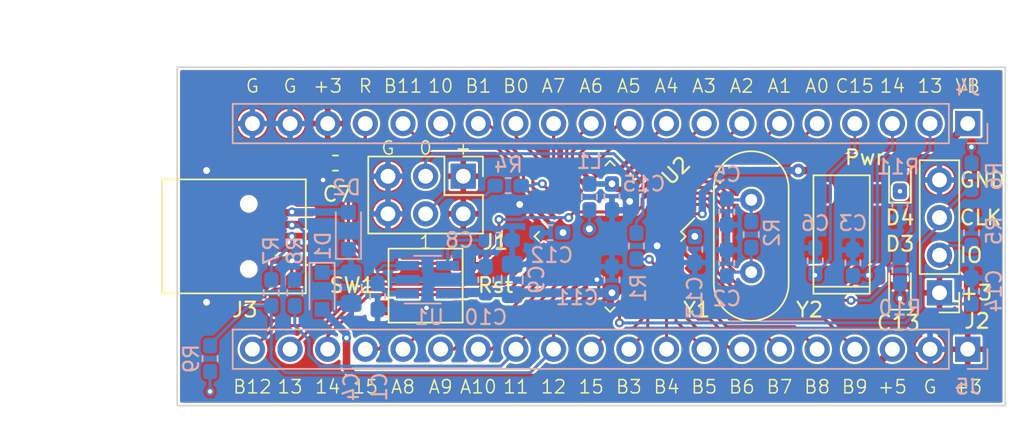
<source format=kicad_pcb>
(kicad_pcb (version 20171130) (host pcbnew "(5.1.9)-1")
  (layers (0 F.Cu signal) (31 B.Cu signal) (34 B.Paste user) (35 F.Paste user) (36 B.SilkS user) (37 F.SilkS user) (38 B.Mask user) (39 F.Mask user) (44 Edge.Cuts user))
  (net 0 "")
  (net 1 GND)
  (net 2 +5V)
  (net 3 /Reset)
  (net 4 +3V3)
  (net 5 /Boot1R)
  (net 6 /Boot0R)
  (net 7 /Boot0)
  (net 8 /DCLK)
  (net 9 /DIO)
  (net 10 /D+)
  (net 11 /D-)
  (net 12 /B11)
  (net 13 /B10)
  (net 14 /B1)
  (net 15 /B0)
  (net 16 /A7)
  (net 17 /A5)
  (net 18 /A4)
  (net 19 /A3)
  (net 20 /A2)
  (net 21 /A1)
  (net 22 /A0)
  (net 23 /C15)
  (net 24 /C14)
  (net 25 /C13)
  (net 26 /3VB)
  (net 27 /B12)
  (net 28 /B13)
  (net 29 /B14)
  (net 30 /B15)
  (net 31 /A8)
  (net 32 /A9)
  (net 33 /A10)
  (net 34 /A11)
  (net 35 /A12)
  (net 36 /A15)
  (net 37 /B3)
  (net 38 /B4)
  (net 39 /B5)
  (net 40 /B6)
  (net 41 /B7)
  (net 42 /B8)
  (net 43 /B9)
  (net 44 /B2)
  (net 45 /D0)
  (net 46 /D1)
  (net 47 /A6)
  (net 48 /LedR)
  (net 49 /PLedR)
  (net 50 /BP)
  (net 51 /+VUSB)
  (net 52 /VDDA)
  (net 53 /5VIn)
  (module Capacitor_SMD:C_0805_2012Metric_Pad1.15x1.40mm_HandSolder (layer B.Cu) (at 149.5425 106.3715 270)
    (fp_text reference C4 (at 6.6585 0 90) (layer B.SilkS) (effects (justify mirror)))
    (fp_text value 10u)
    (pad 2 smd roundrect (at 1.025 0 270) (size 1.15 1.4) (layers B.Cu B.Paste B.Mask) (roundrect_rratio 0.217391) (net 1 GND))
    (pad 1 smd roundrect (at -1.025 0 270) (size 1.15 1.4) (layers B.Cu B.Paste B.Mask) (roundrect_rratio 0.217391) (net 2 +5V))
  )
  (module Capacitor_SMD:C_0805_2012Metric_Pad1.15x1.40mm_HandSolder (layer B.Cu) (at 160.401 105.777 90)
    (fp_text reference C9 (at 0 1.65 90) (layer B.SilkS) (effects (justify mirror)))
    (fp_text value 10u)
    (pad 2 smd roundrect (at 1.025 0 90) (size 1.15 1.4) (layers B.Cu B.Paste B.Mask) (roundrect_rratio 0.217391) (net 1 GND))
    (pad 1 smd roundrect (at -1.025 0 90) (size 1.15 1.4) (layers B.Cu B.Paste B.Mask) (roundrect_rratio 0.217391) (net 4 +3V3))
  )
  (module Diode_SMD:D_SOD-323_HandSoldering (layer B.Cu) (at 147.574 106.553 270)
    (fp_text reference D1 (at -3.048 -0.0635 270) (layer B.SilkS) (effects (justify mirror)))
    (fp_text value CUS551V30,H3F)
    (pad 2 smd rect (at 1.25 0 270) (size 1 1) (layers B.Cu B.Paste B.Mask) (net 53 /5VIn))
    (pad 1 smd rect (at -1.25 0 270) (size 1 1) (layers B.Cu B.Paste B.Mask) (net 2 +5V))
  )
  (module Diode_SMD:D_SOD-323_HandSoldering (layer B.Cu) (at 149.352 102.489 90)
    (fp_text reference D2 (at 2.921 -0.127 180) (layer B.SilkS) (effects (justify mirror)))
    (fp_text value CUS551V30,H3F)
    (pad 2 smd rect (at 1.25 0 90) (size 1 1) (layers B.Cu B.Paste B.Mask) (net 51 /+VUSB))
    (pad 1 smd rect (at -1.25 0 90) (size 1 1) (layers B.Cu B.Paste B.Mask) (net 2 +5V))
  )
  (module Capacitor_SMD:C_0603_1608Metric_Pad1.05x0.95mm_HandSolder (layer B.Cu) (at 158.623 105.791 90)
    (fp_text reference C10 (at -2.54 0 180) (layer B.SilkS) (effects (justify mirror)))
    (fp_text value .1uf)
    (pad 2 smd roundrect (at 0.875 0 90) (size 1.05 0.95) (layers B.Cu B.Paste B.Mask) (net 1 GND))
    (pad 1 smd roundrect (at -0.875 0 90) (size 1.05 0.95) (layers B.Cu B.Paste B.Mask) (net 4 +3V3))
  )
  (module Connector_PinHeader_2.54mm:PinHeader_2x03_P2.54mm_Vertical (layer F.Cu) (at 157.099 98.806 270)
    (fp_text reference J1 (at 4.445 -2.159 180) (layer F.SilkS))
    (fp_text value Conn_02x03_Odd_Even)
    (pad 6 thru_hole oval (at 2.54 5.08 270) (size 1.7 1.7) (drill 1) (layers *.Cu *.Mask) (net 1 GND))
    (pad 5 thru_hole oval (at 0 5.08 270) (size 1.7 1.7) (drill 1) (layers *.Cu *.Mask) (net 1 GND))
    (pad 4 thru_hole oval (at 2.54 2.54 270) (size 1.7 1.7) (drill 1) (layers *.Cu *.Mask) (net 5 /Boot1R))
    (pad 3 thru_hole oval (at 0 2.54 270) (size 1.7 1.7) (drill 1) (layers *.Cu *.Mask) (net 6 /Boot0R))
    (pad 2 thru_hole oval (at 2.54 0 270) (size 1.7 1.7) (drill 1) (layers *.Cu *.Mask) (net 4 +3V3))
    (pad 1 thru_hole rect (at 0 0 270) (size 1.7 1.7) (drill 1) (layers *.Cu *.Mask) (net 4 +3V3))
  )
  (module Inductor_SMD:L_0603_1608Metric_Pad1.05x0.95mm_HandSolder (layer B.Cu) (at 165.608 100.203 90)
    (fp_text reference L1 (at 2.413 0 180) (layer B.SilkS) (effects (justify mirror)))
    (fp_text value BLM18AG102SN1D)
    (pad 2 smd roundrect (at 0.875 0 90) (size 1.05 0.95) (layers B.Cu B.Paste B.Mask) (net 52 /VDDA))
    (pad 1 smd roundrect (at -0.875 0 90) (size 1.05 0.95) (layers B.Cu B.Paste B.Mask) (net 4 +3V3))
  )
  (module Package_TO_SOT_SMD:SOT-23-5_HandSoldering (layer B.Cu) (at 154.686 105.791)
    (fp_text reference U1 (at 0.127 2.54) (layer B.SilkS) (effects (justify mirror)))
    (fp_text value RT9193)
    (pad 5 smd rect (at 1.35 0.95) (size 1.56 0.65) (layers B.Cu B.Paste B.Mask) (net 4 +3V3))
    (pad 4 smd rect (at 1.35 -0.95) (size 1.56 0.65) (layers B.Cu B.Paste B.Mask) (net 50 /BP))
    (pad 3 smd rect (at -1.35 -0.95) (size 1.56 0.65) (layers B.Cu B.Paste B.Mask) (net 2 +5V))
    (pad 2 smd rect (at -1.35 0) (size 1.56 0.65) (layers B.Cu B.Paste B.Mask) (net 1 GND))
    (pad 1 smd rect (at -1.35 0.95) (size 1.56 0.65) (layers B.Cu B.Paste B.Mask) (net 2 +5V))
  )
  (module Capacitor_SMD:C_0603_1608Metric_Pad1.05x0.95mm_HandSolder (layer B.Cu) (at 159.526 103.124)
    (fp_text reference C8 (at -2.681 0) (layer B.SilkS) (effects (justify mirror)))
    (fp_text value .1u)
    (pad 2 smd roundrect (at 0.875 0) (size 1.05 0.95) (layers B.Cu B.Paste B.Mask) (net 1 GND))
    (pad 1 smd roundrect (at -0.875 0) (size 1.05 0.95) (layers B.Cu B.Paste B.Mask) (net 50 /BP))
  )
  (module Capacitor_SMD:C_0603_1608Metric_Pad1.05x0.95mm_HandSolder (layer B.Cu) (at 167.132 100.203 270)
    (fp_text reference C15 (at -0.889 -2.159 180) (layer B.SilkS) (effects (justify mirror)))
    (fp_text value .1uf)
    (pad 2 smd roundrect (at 0.875 0 270) (size 1.05 0.95) (layers B.Cu B.Paste B.Mask) (net 1 GND))
    (pad 1 smd roundrect (at -0.875 0 270) (size 1.05 0.95) (layers B.Cu B.Paste B.Mask) (net 52 /VDDA))
  )
  (module Capacitor_SMD:C_0603_1608Metric_Pad1.05x0.95mm_HandSolder (layer B.Cu) (at 172.72 103.759 270)
    (fp_text reference C13 (at 3.2385 0 270) (layer B.SilkS) (effects (justify mirror)))
    (fp_text value .1uf)
    (pad 2 smd roundrect (at 0.875 0 270) (size 1.05 0.95) (layers B.Cu B.Paste B.Mask) (net 1 GND))
    (pad 1 smd roundrect (at -0.875 0 270) (size 1.05 0.95) (layers B.Cu B.Paste B.Mask) (net 4 +3V3))
  )
  (module Capacitor_SMD:C_0603_1608Metric_Pad1.05x0.95mm_HandSolder (layer B.Cu) (at 162.941 102.616 180)
    (fp_text reference C12 (at -0.127 -1.524) (layer B.SilkS) (effects (justify mirror)))
    (fp_text value .1uf)
    (pad 2 smd roundrect (at 0.875 0 180) (size 1.05 0.95) (layers B.Cu B.Paste B.Mask) (net 1 GND))
    (pad 1 smd roundrect (at -0.875 0 180) (size 1.05 0.95) (layers B.Cu B.Paste B.Mask) (net 4 +3V3))
  )
  (module Capacitor_SMD:C_0603_1608Metric_Pad1.05x0.95mm_HandSolder (layer B.Cu) (at 167.132 105.791 90)
    (fp_text reference C11 (at -1.2065 -2.3495 180) (layer B.SilkS) (effects (justify mirror)))
    (fp_text value .1uf)
    (pad 2 smd roundrect (at 0.875 0 90) (size 1.05 0.95) (layers B.Cu B.Paste B.Mask) (net 1 GND))
    (pad 1 smd roundrect (at -0.875 0 90) (size 1.05 0.95) (layers B.Cu B.Paste B.Mask) (net 4 +3V3))
  )
  (module Resistor_SMD:R_0603_1608Metric_Pad1.05x0.95mm_HandSolder (layer B.Cu) (at 186.563 100.711 270)
    (fp_text reference R11 (at -2.54 0.127 180) (layer B.SilkS) (effects (justify mirror)))
    (fp_text value 1k)
    (pad 2 smd roundrect (at 0.875 0 270) (size 1.05 0.95) (layers B.Cu B.Paste B.Mask) (net 1 GND))
    (pad 1 smd roundrect (at -0.875 0 270) (size 1.05 0.95) (layers B.Cu B.Paste B.Mask) (net 49 /PLedR))
  )
  (module Resistor_SMD:R_0603_1608Metric_Pad1.05x0.95mm_HandSolder (layer B.Cu) (at 186.563 105.156 90)
    (fp_text reference R10 (at -2.54 0 180) (layer B.SilkS) (effects (justify mirror)))
    (fp_text value 2.4k)
    (pad 2 smd roundrect (at 0.875 0 90) (size 1.05 0.95) (layers B.Cu B.Paste B.Mask) (net 25 /C13))
    (pad 1 smd roundrect (at -0.875 0 90) (size 1.05 0.95) (layers B.Cu B.Paste B.Mask) (net 48 /LedR))
  )
  (module LED_SMD:LED_0603_1608Metric_Pad1.05x0.95mm_HandSolder (layer F.Cu) (at 186.563 98.933 90)
    (fp_text reference D4 (at -2.667 0 180) (layer F.SilkS))
    (fp_text value LED)
    (pad 2 smd roundrect (at 0.875 0 90) (size 1.05 0.95) (layers F.Cu F.Paste F.Mask) (net 4 +3V3))
    (pad 1 smd roundrect (at -0.875 0 90) (size 1.05 0.95) (layers F.Cu F.Paste F.Mask) (net 49 /PLedR))
  )
  (module LED_SMD:LED_0603_1608Metric_Pad1.05x0.95mm_HandSolder (layer F.Cu) (at 186.563 106.158 90)
    (fp_text reference D3 (at 2.78 0 180) (layer F.SilkS))
    (fp_text value LED)
    (pad 2 smd roundrect (at 0.875 0 90) (size 1.05 0.95) (layers F.Cu F.Paste F.Mask) (net 4 +3V3))
    (pad 1 smd roundrect (at -0.875 0 90) (size 1.05 0.95) (layers F.Cu F.Paste F.Mask) (net 48 /LedR))
  )
  (module Resistor_SMD:R_0603_1608Metric_Pad1.05x0.95mm_HandSolder (layer B.Cu) (at 176.53 102.743 270)
    (fp_text reference R2 (at -0.127 -1.397 270) (layer B.SilkS) (effects (justify mirror)))
    (fp_text value R)
    (pad 2 smd roundrect (at 0.875 0 270) (size 1.05 0.95) (layers B.Cu B.Paste B.Mask) (net 45 /D0))
    (pad 1 smd roundrect (at -0.875 0 270) (size 1.05 0.95) (layers B.Cu B.Paste B.Mask) (net 46 /D1))
  )
  (module Resistor_SMD:R_0603_1608Metric_Pad1.05x0.95mm_HandSolder (layer B.Cu) (at 191.389 98.806 270)
    (fp_text reference R6 (at 0 -1.524 270) (layer B.SilkS) (effects (justify mirror)))
    (fp_text value 10k)
    (pad 2 smd roundrect (at 0.875 0 270) (size 1.05 0.95) (layers B.Cu B.Paste B.Mask) (net 8 /DCLK))
    (pad 1 smd roundrect (at -0.875 0 270) (size 1.05 0.95) (layers B.Cu B.Paste B.Mask) (net 4 +3V3))
  )
  (module Resistor_SMD:R_0603_1608Metric_Pad1.05x0.95mm_HandSolder (layer B.Cu) (at 191.389 102.616 270)
    (fp_text reference R5 (at -0.127 -1.524 270) (layer B.SilkS) (effects (justify mirror)))
    (fp_text value 10k)
    (pad 2 smd roundrect (at 0.875 0 270) (size 1.05 0.95) (layers B.Cu B.Paste B.Mask) (net 9 /DIO))
    (pad 1 smd roundrect (at -0.875 0 270) (size 1.05 0.95) (layers B.Cu B.Paste B.Mask) (net 1 GND))
  )
  (module Capacitor_SMD:C_0603_1608Metric_Pad1.05x0.95mm_HandSolder (layer B.Cu) (at 191.389 106.553 90)
    (fp_text reference C14 (at 0 1.524 270) (layer B.SilkS) (effects (justify mirror)))
    (fp_text value .1uf)
    (pad 2 smd roundrect (at 0.875 0 90) (size 1.05 0.95) (layers B.Cu B.Paste B.Mask) (net 1 GND))
    (pad 1 smd roundrect (at -0.875 0 90) (size 1.05 0.95) (layers B.Cu B.Paste B.Mask) (net 4 +3V3))
  )
  (module 0MiscParts:RSM2000S (layer F.Cu) (at 182.626 102.743 90)
    (fp_text reference Y2 (at -5.08 -2.159 180) (layer F.SilkS))
    (fp_text value RSM200S-32.768-12.5-10PPM-NPB)
    (pad 4 smd roundrect (at -2.75 -1.8 90) (size 1.3 2.3) (layers F.Cu F.Paste F.Mask) (net 23 /C15))
    (pad 3 smd roundrect (at 2.75 -1.8 90) (size 1.3 2.3) (layers F.Cu F.Paste F.Mask))
    (pad 2 smd roundrect (at 2.75 1.8 90) (size 1.3 2.3) (layers F.Cu F.Paste F.Mask))
    (pad 1 smd roundrect (at -2.75 1.8 90) (size 1.3 2.3) (layers F.Cu F.Paste F.Mask) (net 24 /C14))
  )
  (module Crystal:Crystal_HC49-4H_Vertical (layer F.Cu) (at 176.53 105.283 90)
    (fp_text reference Y1 (at -2.54 -3.683 180) (layer F.SilkS))
    (fp_text value "ABL-8.000MHZ-B2‎ ")
    (pad 2 thru_hole circle (at 4.88 0 90) (size 1.5 1.5) (drill 0.8) (layers *.Cu *.Mask) (net 46 /D1))
    (pad 1 thru_hole circle (at 0 0 90) (size 1.5 1.5) (drill 0.8) (layers *.Cu *.Mask) (net 45 /D0))
  )
  (module Resistor_SMD:R_0603_1608Metric_Pad1.05x0.95mm_HandSolder (layer B.Cu) (at 140.0175 111.125 90)
    (fp_text reference R9 (at 0 -1.27 270) (layer B.SilkS) (effects (justify mirror)))
    (fp_text value 1.5k)
    (pad 2 smd roundrect (at 0.875 0 90) (size 1.05 0.95) (layers B.Cu B.Paste B.Mask) (net 35 /A12))
    (pad 1 smd roundrect (at -0.875 0 90) (size 1.05 0.95) (layers B.Cu B.Paste B.Mask) (net 4 +3V3))
  )
  (module Resistor_SMD:R_0603_1608Metric_Pad1.05x0.95mm_HandSolder (layer B.Cu) (at 145.7325 106.68 90)
    (fp_text reference R8 (at 2.8575 0 270) (layer B.SilkS) (effects (justify mirror)))
    (fp_text value 22)
    (pad 2 smd roundrect (at 0.875 0 90) (size 1.05 0.95) (layers B.Cu B.Paste B.Mask) (net 11 /D-))
    (pad 1 smd roundrect (at -0.875 0 90) (size 1.05 0.95) (layers B.Cu B.Paste B.Mask) (net 34 /A11))
  )
  (module Resistor_SMD:R_0603_1608Metric_Pad1.05x0.95mm_HandSolder (layer B.Cu) (at 144.145 106.68 90)
    (fp_text reference R7 (at 2.8575 0 90) (layer B.SilkS) (effects (justify mirror)))
    (fp_text value 22)
    (pad 2 smd roundrect (at 0.875 0 90) (size 1.05 0.95) (layers B.Cu B.Paste B.Mask) (net 10 /D+))
    (pad 1 smd roundrect (at -0.875 0 90) (size 1.05 0.95) (layers B.Cu B.Paste B.Mask) (net 35 /A12))
  )
  (module Resistor_SMD:R_0603_1608Metric_Pad1.05x0.95mm_HandSolder (layer B.Cu) (at 160.133 99.441 180)
    (fp_text reference R4 (at -0.014 1.397) (layer B.SilkS) (effects (justify mirror)))
    (fp_text value 100k)
    (pad 2 smd roundrect (at 0.875 0 180) (size 1.05 0.95) (layers B.Cu B.Paste B.Mask) (net 5 /Boot1R))
    (pad 1 smd roundrect (at -0.875 0 180) (size 1.05 0.95) (layers B.Cu B.Paste B.Mask) (net 44 /B2))
  )
  (module Resistor_SMD:R_0603_1608Metric_Pad1.05x0.95mm_HandSolder (layer B.Cu) (at 168.783 103.519 90)
    (fp_text reference R1 (at -2.8435 0.127 270) (layer B.SilkS) (effects (justify mirror)))
    (fp_text value 100k)
    (pad 2 smd roundrect (at 0.875 0 90) (size 1.05 0.95) (layers B.Cu B.Paste B.Mask) (net 6 /Boot0R))
    (pad 1 smd roundrect (at -0.875 0 90) (size 1.05 0.95) (layers B.Cu B.Paste B.Mask) (net 7 /Boot0))
  )
  (module 0MiscParts:PB_PTS-647 (layer F.Cu) (at 154.559 106.196)
    (fp_text reference SW1 (at -4.953 -0.024) (layer F.SilkS))
    (fp_text value "PTS 647 SK38 SMTR2 LFS")
    (pad 2 smd rect (at 2.625 1.5) (size 1.55 1) (layers F.Cu F.Paste F.Mask) (net 1 GND))
    (pad 2 smd rect (at -2.625 1.5) (size 1.55 1) (layers F.Cu F.Paste F.Mask) (net 1 GND))
    (pad 1 smd rect (at 2.625 -1.5) (size 1.55 1) (layers F.Cu F.Paste F.Mask) (net 3 /Reset))
    (pad 1 smd rect (at -2.625 -1.5) (size 1.55 1) (layers F.Cu F.Paste F.Mask) (net 3 /Reset))
  )
  (module Connector_PinHeader_2.54mm:PinHeader_1x20_P2.54mm_Vertical (layer B.Cu) (at 191.135 110.49 90)
    (fp_text reference J5 (at -2.54 0 -180) (layer B.SilkS) (effects (justify mirror)))
    (fp_text value Conn_01x20_Male)
    (pad 20 thru_hole oval (at 0 -48.26 90) (size 1.7 1.7) (drill 1) (layers *.Cu *.Mask) (net 27 /B12))
    (pad 19 thru_hole oval (at 0 -45.72 90) (size 1.7 1.7) (drill 1) (layers *.Cu *.Mask) (net 28 /B13))
    (pad 18 thru_hole oval (at 0 -43.18 90) (size 1.7 1.7) (drill 1) (layers *.Cu *.Mask) (net 29 /B14))
    (pad 17 thru_hole oval (at 0 -40.64 90) (size 1.7 1.7) (drill 1) (layers *.Cu *.Mask) (net 30 /B15))
    (pad 16 thru_hole oval (at 0 -38.1 90) (size 1.7 1.7) (drill 1) (layers *.Cu *.Mask) (net 31 /A8))
    (pad 15 thru_hole oval (at 0 -35.56 90) (size 1.7 1.7) (drill 1) (layers *.Cu *.Mask) (net 32 /A9))
    (pad 14 thru_hole oval (at 0 -33.02 90) (size 1.7 1.7) (drill 1) (layers *.Cu *.Mask) (net 33 /A10))
    (pad 13 thru_hole oval (at 0 -30.48 90) (size 1.7 1.7) (drill 1) (layers *.Cu *.Mask) (net 34 /A11))
    (pad 12 thru_hole oval (at 0 -27.94 90) (size 1.7 1.7) (drill 1) (layers *.Cu *.Mask) (net 35 /A12))
    (pad 11 thru_hole oval (at 0 -25.4 90) (size 1.7 1.7) (drill 1) (layers *.Cu *.Mask) (net 36 /A15))
    (pad 10 thru_hole oval (at 0 -22.86 90) (size 1.7 1.7) (drill 1) (layers *.Cu *.Mask) (net 37 /B3))
    (pad 9 thru_hole oval (at 0 -20.32 90) (size 1.7 1.7) (drill 1) (layers *.Cu *.Mask) (net 38 /B4))
    (pad 8 thru_hole oval (at 0 -17.78 90) (size 1.7 1.7) (drill 1) (layers *.Cu *.Mask) (net 39 /B5))
    (pad 7 thru_hole oval (at 0 -15.24 90) (size 1.7 1.7) (drill 1) (layers *.Cu *.Mask) (net 40 /B6))
    (pad 6 thru_hole oval (at 0 -12.7 90) (size 1.7 1.7) (drill 1) (layers *.Cu *.Mask) (net 41 /B7))
    (pad 5 thru_hole oval (at 0 -10.16 90) (size 1.7 1.7) (drill 1) (layers *.Cu *.Mask) (net 42 /B8))
    (pad 4 thru_hole oval (at 0 -7.62 90) (size 1.7 1.7) (drill 1) (layers *.Cu *.Mask) (net 43 /B9))
    (pad 3 thru_hole oval (at 0 -5.08 90) (size 1.7 1.7) (drill 1) (layers *.Cu *.Mask) (net 53 /5VIn))
    (pad 2 thru_hole oval (at 0 -2.54 90) (size 1.7 1.7) (drill 1) (layers *.Cu *.Mask) (net 1 GND))
    (pad 1 thru_hole rect (at 0 0 90) (size 1.7 1.7) (drill 1) (layers *.Cu *.Mask) (net 4 +3V3))
  )
  (module Connector_PinHeader_2.54mm:PinHeader_1x20_P2.54mm_Vertical (layer B.Cu) (at 191.135 95.25 90)
    (fp_text reference J4 (at 2.413 0 -180) (layer B.SilkS) (effects (justify mirror)))
    (fp_text value Conn_01x20_Male)
    (pad 20 thru_hole oval (at 0 -48.26 90) (size 1.7 1.7) (drill 1) (layers *.Cu *.Mask) (net 1 GND))
    (pad 19 thru_hole oval (at 0 -45.72 90) (size 1.7 1.7) (drill 1) (layers *.Cu *.Mask) (net 1 GND))
    (pad 18 thru_hole oval (at 0 -43.18 90) (size 1.7 1.7) (drill 1) (layers *.Cu *.Mask) (net 4 +3V3))
    (pad 17 thru_hole oval (at 0 -40.64 90) (size 1.7 1.7) (drill 1) (layers *.Cu *.Mask) (net 3 /Reset))
    (pad 16 thru_hole oval (at 0 -38.1 90) (size 1.7 1.7) (drill 1) (layers *.Cu *.Mask) (net 12 /B11))
    (pad 15 thru_hole oval (at 0 -35.56 90) (size 1.7 1.7) (drill 1) (layers *.Cu *.Mask) (net 13 /B10))
    (pad 14 thru_hole oval (at 0 -33.02 90) (size 1.7 1.7) (drill 1) (layers *.Cu *.Mask) (net 14 /B1))
    (pad 13 thru_hole oval (at 0 -30.48 90) (size 1.7 1.7) (drill 1) (layers *.Cu *.Mask) (net 15 /B0))
    (pad 12 thru_hole oval (at 0 -27.94 90) (size 1.7 1.7) (drill 1) (layers *.Cu *.Mask) (net 16 /A7))
    (pad 11 thru_hole oval (at 0 -25.4 90) (size 1.7 1.7) (drill 1) (layers *.Cu *.Mask) (net 47 /A6))
    (pad 10 thru_hole oval (at 0 -22.86 90) (size 1.7 1.7) (drill 1) (layers *.Cu *.Mask) (net 17 /A5))
    (pad 9 thru_hole oval (at 0 -20.32 90) (size 1.7 1.7) (drill 1) (layers *.Cu *.Mask) (net 18 /A4))
    (pad 8 thru_hole oval (at 0 -17.78 90) (size 1.7 1.7) (drill 1) (layers *.Cu *.Mask) (net 19 /A3))
    (pad 7 thru_hole oval (at 0 -15.24 90) (size 1.7 1.7) (drill 1) (layers *.Cu *.Mask) (net 20 /A2))
    (pad 6 thru_hole oval (at 0 -12.7 90) (size 1.7 1.7) (drill 1) (layers *.Cu *.Mask) (net 21 /A1))
    (pad 5 thru_hole oval (at 0 -10.16 90) (size 1.7 1.7) (drill 1) (layers *.Cu *.Mask) (net 22 /A0))
    (pad 4 thru_hole oval (at 0 -7.62 90) (size 1.7 1.7) (drill 1) (layers *.Cu *.Mask) (net 23 /C15))
    (pad 3 thru_hole oval (at 0 -5.08 90) (size 1.7 1.7) (drill 1) (layers *.Cu *.Mask) (net 24 /C14))
    (pad 2 thru_hole oval (at 0 -2.54 90) (size 1.7 1.7) (drill 1) (layers *.Cu *.Mask) (net 25 /C13))
    (pad 1 thru_hole rect (at 0 0 90) (size 1.7 1.7) (drill 1) (layers *.Cu *.Mask) (net 26 /3VB))
  )
  (module 0MiscParts:USB_Mini_B (layer F.Cu) (at 136.779 102.87 270)
    (fp_text reference J3 (at 4.953 -5.588 180) (layer F.SilkS))
    (fp_text value 10033526-N3212MLF)
    (pad 5 smd rect (at 1.6 -8.75 270) (size 0.5 2.9) (layers F.Cu F.Paste F.Mask) (net 1 GND))
    (pad 4 smd rect (at 0.8 -8.75 270) (size 0.5 2.9) (layers F.Cu F.Paste F.Mask) (net 1 GND))
    (pad 3 smd rect (at 0 -8.75 270) (size 0.5 2.9) (layers F.Cu F.Paste F.Mask) (net 10 /D+))
    (pad 2 smd rect (at -0.8 -8.75 270) (size 0.5 2.9) (layers F.Cu F.Paste F.Mask) (net 11 /D-))
    (pad 1 smd rect (at -1.6 -8.75 270) (size 0.5 2.9) (layers F.Cu F.Paste F.Mask) (net 51 /+VUSB))
    (pad "" np_thru_hole circle (at 2.2 -5.85 270) (size 0.9 0.9) (drill 0.9) (layers *.Cu *.Mask))
    (pad "" np_thru_hole circle (at -2.2 -5.85 270) (size 0.9 0.9) (drill 0.9) (layers *.Cu *.Mask))
    (pad 6 smd roundrect (at 4.45 -8.45 270) (size 2 2.5) (layers F.Cu F.Paste F.Mask) (net 1 GND))
    (pad 6 smd roundrect (at -4.45 -8.45 270) (size 2 2.5) (layers F.Cu F.Paste F.Mask) (net 1 GND))
    (pad 6 smd roundrect (at 4.45 -3 270) (size 2 2.5) (layers F.Cu F.Paste F.Mask) (net 1 GND))
    (pad 6 smd roundrect (at -4.45 -3 270) (size 2 2.5) (layers F.Cu F.Paste F.Mask) (net 1 GND))
  )
  (module Connector_PinHeader_2.54mm:PinHeader_1x04_P2.54mm_Vertical (layer F.Cu) (at 189.23 106.68 180)
    (fp_text reference J2 (at -2.54 -1.905) (layer F.SilkS))
    (fp_text value Conn_01x04_Male)
    (pad 4 thru_hole oval (at 0 7.62 180) (size 1.7 1.7) (drill 1) (layers *.Cu *.Mask) (net 1 GND))
    (pad 3 thru_hole oval (at 0 5.08 180) (size 1.7 1.7) (drill 1) (layers *.Cu *.Mask) (net 8 /DCLK))
    (pad 2 thru_hole oval (at 0 2.54 180) (size 1.7 1.7) (drill 1) (layers *.Cu *.Mask) (net 9 /DIO))
    (pad 1 thru_hole rect (at 0 0 180) (size 1.7 1.7) (drill 1) (layers *.Cu *.Mask) (net 4 +3V3))
  )
  (module Capacitor_SMD:C_0603_1608Metric_Pad1.05x0.95mm_HandSolder (layer F.Cu) (at 148.477 97.917 180)
    (fp_text reference C7 (at -0.113 -2.0955) (layer F.SilkS))
    (fp_text value .1uf)
    (pad 2 smd roundrect (at 0.875 0 180) (size 1.05 0.95) (layers F.Cu F.Paste F.Mask) (net 1 GND))
    (pad 1 smd roundrect (at -0.875 0 180) (size 1.05 0.95) (layers F.Cu F.Paste F.Mask) (net 3 /Reset))
  )
  (module Capacitor_SMD:C_0603_1608Metric_Pad1.05x0.95mm_HandSolder (layer B.Cu) (at 180.848 104.521 90)
    (fp_text reference C6 (at 2.54 0 180) (layer B.SilkS) (effects (justify mirror)))
    (fp_text value 12.5)
    (pad 2 smd roundrect (at 0.875 0 90) (size 1.05 0.95) (layers B.Cu B.Paste B.Mask) (net 1 GND))
    (pad 1 smd roundrect (at -0.875 0 90) (size 1.05 0.95) (layers B.Cu B.Paste B.Mask) (net 23 /C15))
  )
  (module Capacitor_SMD:C_0603_1608Metric_Pad1.05x0.95mm_HandSolder (layer B.Cu) (at 174.879 101.219 270)
    (fp_text reference C5 (at -2.54 0 180) (layer B.SilkS) (effects (justify mirror)))
    (fp_text value 18pf)
    (pad 2 smd roundrect (at 0.875 0 270) (size 1.05 0.95) (layers B.Cu B.Paste B.Mask) (net 1 GND))
    (pad 1 smd roundrect (at -0.875 0 270) (size 1.05 0.95) (layers B.Cu B.Paste B.Mask) (net 46 /D1))
  )
  (module Capacitor_SMD:C_0603_1608Metric_Pad1.05x0.95mm_HandSolder (layer B.Cu) (at 183.388 104.648 90)
    (fp_text reference C3 (at 2.667 0 180) (layer B.SilkS) (effects (justify mirror)))
    (fp_text value 12.5)
    (pad 2 smd roundrect (at 0.875 0 90) (size 1.05 0.95) (layers B.Cu B.Paste B.Mask) (net 1 GND))
    (pad 1 smd roundrect (at -0.875 0 90) (size 1.05 0.95) (layers B.Cu B.Paste B.Mask) (net 24 /C14))
  )
  (module Capacitor_SMD:C_0603_1608Metric_Pad1.05x0.95mm_HandSolder (layer B.Cu) (at 174.879 104.662 90)
    (fp_text reference C2 (at -2.413 0 180) (layer B.SilkS) (effects (justify mirror)))
    (fp_text value 18pf)
    (pad 2 smd roundrect (at 0.875 0 90) (size 1.05 0.95) (layers B.Cu B.Paste B.Mask) (net 1 GND))
    (pad 1 smd roundrect (at -0.875 0 90) (size 1.05 0.95) (layers B.Cu B.Paste B.Mask) (net 45 /D0))
  )
  (module Capacitor_SMD:C_0603_1608Metric_Pad1.05x0.95mm_HandSolder (layer B.Cu) (at 151.3205 106.934 270)
    (fp_text reference C1 (at 6.096 -0.127 270) (layer B.SilkS) (effects (justify mirror)))
    (fp_text value .1uf)
    (pad 2 smd roundrect (at 0.875 0 270) (size 1.05 0.95) (layers B.Cu B.Paste B.Mask) (net 1 GND))
    (pad 1 smd roundrect (at -0.875 0 270) (size 1.05 0.95) (layers B.Cu B.Paste B.Mask) (net 2 +5V))
  )
  (module Package_QFP:LQFP-48_7x7mm_P0.5mm (layer F.Cu) (at 167.005 102.87 225)
    (fp_text reference U2 (at -6.286179 0 45) (layer F.SilkS))
    (fp_text value STM32F103CBTx)
    (pad 48 smd roundrect (at -2.75 -4.1625 225) (size 0.3 1.475) (layers F.Cu F.Paste F.Mask) (net 4 +3V3))
    (pad 47 smd roundrect (at -2.25 -4.1625 225) (size 0.3 1.475) (layers F.Cu F.Paste F.Mask) (net 1 GND))
    (pad 46 smd roundrect (at -1.75 -4.1625 225) (size 0.3 1.475) (layers F.Cu F.Paste F.Mask) (net 43 /B9))
    (pad 45 smd roundrect (at -1.25 -4.1625 225) (size 0.3 1.475) (layers F.Cu F.Paste F.Mask) (net 42 /B8))
    (pad 44 smd roundrect (at -0.75 -4.1625 225) (size 0.3 1.475) (layers F.Cu F.Paste F.Mask) (net 7 /Boot0))
    (pad 43 smd roundrect (at -0.25 -4.1625 225) (size 0.3 1.475) (layers F.Cu F.Paste F.Mask) (net 41 /B7))
    (pad 42 smd roundrect (at 0.25 -4.1625 225) (size 0.3 1.475) (layers F.Cu F.Paste F.Mask) (net 40 /B6))
    (pad 41 smd roundrect (at 0.75 -4.1625 225) (size 0.3 1.475) (layers F.Cu F.Paste F.Mask) (net 39 /B5))
    (pad 40 smd roundrect (at 1.25 -4.1625 225) (size 0.3 1.475) (layers F.Cu F.Paste F.Mask) (net 38 /B4))
    (pad 39 smd roundrect (at 1.75 -4.1625 225) (size 0.3 1.475) (layers F.Cu F.Paste F.Mask) (net 37 /B3))
    (pad 38 smd roundrect (at 2.25 -4.1625 225) (size 0.3 1.475) (layers F.Cu F.Paste F.Mask) (net 36 /A15))
    (pad 37 smd roundrect (at 2.75 -4.1625 225) (size 0.3 1.475) (layers F.Cu F.Paste F.Mask) (net 8 /DCLK))
    (pad 36 smd roundrect (at 4.1625 -2.75 225) (size 1.475 0.3) (layers F.Cu F.Paste F.Mask) (net 4 +3V3))
    (pad 35 smd roundrect (at 4.1625 -2.25 225) (size 1.475 0.3) (layers F.Cu F.Paste F.Mask) (net 1 GND))
    (pad 34 smd roundrect (at 4.1625 -1.75 225) (size 1.475 0.3) (layers F.Cu F.Paste F.Mask) (net 9 /DIO))
    (pad 33 smd roundrect (at 4.1625 -1.25 225) (size 1.475 0.3) (layers F.Cu F.Paste F.Mask) (net 35 /A12))
    (pad 32 smd roundrect (at 4.1625 -0.75 225) (size 1.475 0.3) (layers F.Cu F.Paste F.Mask) (net 34 /A11))
    (pad 31 smd roundrect (at 4.1625 -0.25 225) (size 1.475 0.3) (layers F.Cu F.Paste F.Mask) (net 33 /A10))
    (pad 30 smd roundrect (at 4.1625 0.25 225) (size 1.475 0.3) (layers F.Cu F.Paste F.Mask) (net 32 /A9))
    (pad 29 smd roundrect (at 4.1625 0.75 225) (size 1.475 0.3) (layers F.Cu F.Paste F.Mask) (net 31 /A8))
    (pad 28 smd roundrect (at 4.1625 1.25 225) (size 1.475 0.3) (layers F.Cu F.Paste F.Mask) (net 30 /B15))
    (pad 27 smd roundrect (at 4.1625 1.75 225) (size 1.475 0.3) (layers F.Cu F.Paste F.Mask) (net 29 /B14))
    (pad 26 smd roundrect (at 4.1625 2.25 225) (size 1.475 0.3) (layers F.Cu F.Paste F.Mask) (net 28 /B13))
    (pad 25 smd roundrect (at 4.1625 2.75 225) (size 1.475 0.3) (layers F.Cu F.Paste F.Mask) (net 27 /B12))
    (pad 24 smd roundrect (at 2.75 4.1625 225) (size 0.3 1.475) (layers F.Cu F.Paste F.Mask) (net 4 +3V3))
    (pad 23 smd roundrect (at 2.25 4.1625 225) (size 0.3 1.475) (layers F.Cu F.Paste F.Mask) (net 1 GND))
    (pad 22 smd roundrect (at 1.75 4.1625 225) (size 0.3 1.475) (layers F.Cu F.Paste F.Mask) (net 12 /B11))
    (pad 21 smd roundrect (at 1.25 4.1625 225) (size 0.3 1.475) (layers F.Cu F.Paste F.Mask) (net 13 /B10))
    (pad 20 smd roundrect (at 0.75 4.1625 225) (size 0.3 1.475) (layers F.Cu F.Paste F.Mask) (net 44 /B2))
    (pad 19 smd roundrect (at 0.25 4.1625 225) (size 0.3 1.475) (layers F.Cu F.Paste F.Mask) (net 14 /B1))
    (pad 18 smd roundrect (at -0.25 4.1625 225) (size 0.3 1.475) (layers F.Cu F.Paste F.Mask) (net 15 /B0))
    (pad 17 smd roundrect (at -0.75 4.1625 225) (size 0.3 1.475) (layers F.Cu F.Paste F.Mask) (net 16 /A7))
    (pad 16 smd roundrect (at -1.25 4.1625 225) (size 0.3 1.475) (layers F.Cu F.Paste F.Mask) (net 47 /A6))
    (pad 15 smd roundrect (at -1.75 4.1625 225) (size 0.3 1.475) (layers F.Cu F.Paste F.Mask) (net 17 /A5))
    (pad 14 smd roundrect (at -2.25 4.1625 225) (size 0.3 1.475) (layers F.Cu F.Paste F.Mask) (net 18 /A4))
    (pad 13 smd roundrect (at -2.75 4.1625 225) (size 0.3 1.475) (layers F.Cu F.Paste F.Mask) (net 19 /A3))
    (pad 12 smd roundrect (at -4.1625 2.75 225) (size 1.475 0.3) (layers F.Cu F.Paste F.Mask) (net 20 /A2))
    (pad 11 smd roundrect (at -4.1625 2.25 225) (size 1.475 0.3) (layers F.Cu F.Paste F.Mask) (net 21 /A1))
    (pad 10 smd roundrect (at -4.1625 1.75 225) (size 1.475 0.3) (layers F.Cu F.Paste F.Mask) (net 22 /A0))
    (pad 9 smd roundrect (at -4.1625 1.25 225) (size 1.475 0.3) (layers F.Cu F.Paste F.Mask) (net 52 /VDDA))
    (pad 8 smd roundrect (at -4.1625 0.75 225) (size 1.475 0.3) (layers F.Cu F.Paste F.Mask) (net 1 GND))
    (pad 7 smd roundrect (at -4.1625 0.25 225) (size 1.475 0.3) (layers F.Cu F.Paste F.Mask) (net 3 /Reset))
    (pad 6 smd roundrect (at -4.1625 -0.25 225) (size 1.475 0.3) (layers F.Cu F.Paste F.Mask) (net 46 /D1))
    (pad 5 smd roundrect (at -4.1625 -0.75 225) (size 1.475 0.3) (layers F.Cu F.Paste F.Mask) (net 45 /D0))
    (pad 4 smd roundrect (at -4.1625 -1.25 225) (size 1.475 0.3) (layers F.Cu F.Paste F.Mask) (net 23 /C15))
    (pad 3 smd roundrect (at -4.1625 -1.75 225) (size 1.475 0.3) (layers F.Cu F.Paste F.Mask) (net 24 /C14))
    (pad 2 smd roundrect (at -4.1625 -2.25 225) (size 1.475 0.3) (layers F.Cu F.Paste F.Mask) (net 25 /C13))
    (pad 1 smd roundrect (at -4.1625 -2.75 225) (size 1.475 0.3) (layers F.Cu F.Paste F.Mask) (net 26 /3VB))
  )
  (gr_text 1 (at 154.559 103.251) (layer F.SilkS) (effects (font (size 0.9 0.9) (thickness 0.1))))
  (gr_text + (at 157.099 96.901) (layer F.SilkS) (effects (font (size 0.9 0.9) (thickness 0.1))))
  (gr_text 0 (at 154.559 96.901) (layer F.SilkS) (effects (font (size 0.9 0.9) (thickness 0.1))))
  (gr_text G (at 152.019 96.901) (layer F.SilkS) (effects (font (size 0.9 0.9) (thickness 0.1))))
  (gr_text Rst (at 157.988 106.172) (layer F.SilkS) (effects (font (size 1 1)) (justify left)))
  (gr_text C13 (at 184.912 108.712) (layer F.SilkS) (effects (font (size 1 1)) (justify left)))
  (gr_text Pwr (at 182.753 97.536) (layer F.SilkS) (effects (font (size 1 1)) (justify left)))
  (gr_text +3 (at 190.5 106.68) (layer F.SilkS) (effects (font (size 1 1)) (justify left)))
  (gr_text IO (at 190.5 104.14) (layer F.SilkS) (effects (font (size 1 1)) (justify left)))
  (gr_text CLK (at 190.5 101.6) (layer F.SilkS) (effects (font (size 1 1)) (justify left)))
  (gr_text GND (at 190.5 99.06) (layer F.SilkS) (effects (font (size 1 1)) (justify left)))
  (gr_text +3 (at 191.135 113.03) (layer F.SilkS) (effects (font (size 0.9 0.9) (thickness 0.1))))
  (gr_text G (at 188.595 113.03) (layer F.SilkS) (effects (font (size 0.9 0.9) (thickness 0.1))))
  (gr_text +5 (at 186.055 113.03) (layer F.SilkS) (effects (font (size 0.9 0.9) (thickness 0.1))))
  (gr_text B9 (at 183.515 113.03) (layer F.SilkS) (effects (font (size 0.9 0.9) (thickness 0.1))))
  (gr_text B8 (at 180.975 113.03) (layer F.SilkS) (effects (font (size 0.9 0.9) (thickness 0.1))))
  (gr_text B7 (at 178.435 113.03) (layer F.SilkS) (effects (font (size 0.9 0.9) (thickness 0.1))))
  (gr_text B6 (at 175.895 113.03) (layer F.SilkS) (effects (font (size 0.9 0.9) (thickness 0.1))))
  (gr_text B5 (at 173.355 113.03) (layer F.SilkS) (effects (font (size 0.9 0.9) (thickness 0.1))))
  (gr_text B4 (at 170.815 113.03) (layer F.SilkS) (effects (font (size 0.9 0.9) (thickness 0.1))))
  (gr_text B3 (at 168.275 113.03) (layer F.SilkS) (effects (font (size 0.9 0.9) (thickness 0.1))))
  (gr_text A9 (at 155.575 113.03) (layer F.SilkS) (effects (font (size 0.9 0.9) (thickness 0.1))))
  (gr_text A8 (at 153.035 113.03) (layer F.SilkS) (effects (font (size 0.9 0.9) (thickness 0.1))))
  (gr_text 11 (at 160.655 113.03) (layer F.SilkS) (effects (font (size 0.9 0.9) (thickness 0.1))))
  (gr_text A10 (at 158.115 113.03) (layer F.SilkS) (effects (font (size 0.9 0.9) (thickness 0.1))))
  (gr_text 15 (at 165.735 113.03) (layer F.SilkS) (effects (font (size 0.9 0.9) (thickness 0.1))))
  (gr_text 12 (at 163.195 113.03) (layer F.SilkS) (effects (font (size 0.9 0.9) (thickness 0.1))))
  (gr_text 15 (at 150.495 113.03) (layer F.SilkS) (effects (font (size 0.9 0.9) (thickness 0.1))))
  (gr_text 14 (at 147.955 113.03) (layer F.SilkS) (effects (font (size 0.9 0.9) (thickness 0.1))))
  (gr_text 13 (at 145.415 113.03) (layer F.SilkS) (effects (font (size 0.9 0.9) (thickness 0.1))))
  (gr_text B12 (at 142.875 113.03) (layer F.SilkS) (effects (font (size 0.9 0.9) (thickness 0.1))))
  (gr_text R (at 150.495 92.71) (layer F.SilkS) (effects (font (size 0.9 0.9) (thickness 0.1))))
  (gr_text +3 (at 147.955 92.71) (layer F.SilkS) (effects (font (size 0.9 0.9) (thickness 0.1))))
  (gr_text G (at 145.415 92.71) (layer F.SilkS) (effects (font (size 0.9 0.9) (thickness 0.1))))
  (gr_text G (at 142.875 92.71) (layer F.SilkS) (effects (font (size 0.9 0.9) (thickness 0.1))))
  (gr_text A0 (at 180.975 92.71) (layer F.SilkS) (effects (font (size 0.9 0.9) (thickness 0.1))))
  (gr_text A1 (at 178.435 92.71) (layer F.SilkS) (effects (font (size 0.9 0.9) (thickness 0.1))))
  (gr_text A2 (at 175.895 92.71) (layer F.SilkS) (effects (font (size 0.9 0.9) (thickness 0.1))))
  (gr_text A3 (at 173.355 92.71) (layer F.SilkS) (effects (font (size 0.9 0.9) (thickness 0.1))))
  (gr_text A4 (at 170.815 92.71) (layer F.SilkS) (effects (font (size 0.9 0.9) (thickness 0.1))))
  (gr_text A5 (at 168.275 92.71) (layer F.SilkS) (effects (font (size 0.9 0.9) (thickness 0.1))))
  (gr_text A6 (at 165.735 92.71) (layer F.SilkS) (effects (font (size 0.9 0.9) (thickness 0.1))))
  (gr_text A7 (at 163.195 92.71) (layer F.SilkS) (effects (font (size 0.9 0.9) (thickness 0.1))))
  (gr_text VB (at 191.135 92.71) (layer F.SilkS) (effects (font (size 0.9 0.9) (thickness 0.1))))
  (gr_text 13 (at 188.595 92.71) (layer F.SilkS) (effects (font (size 0.9 0.9) (thickness 0.1))))
  (gr_text 14 (at 186.055 92.71) (layer F.SilkS) (effects (font (size 0.9 0.9) (thickness 0.1))))
  (gr_text C15 (at 183.515 92.71) (layer F.SilkS) (effects (font (size 0.9 0.9) (thickness 0.1))))
  (gr_text B0 (at 160.655 92.71) (layer F.SilkS) (effects (font (size 0.9 0.9) (thickness 0.1))))
  (gr_text B1 (at 158.115 92.71) (layer F.SilkS) (effects (font (size 0.9 0.9) (thickness 0.1))))
  (gr_text 10 (at 155.575 92.71) (layer F.SilkS) (effects (font (size 0.9 0.9) (thickness 0.1))))
  (gr_text B11 (at 153.035 92.71) (layer F.SilkS) (effects (font (size 0.9 0.9) (thickness 0.1))))
  (gr_line (start 193.675 91.44) (end 193.675 114.3) (layer Edge.Cuts) (width 0.1))
  (gr_line (start 137.795 91.44) (end 193.675 91.44) (layer Edge.Cuts) (width 0.1))
  (gr_line (start 137.795 114.3) (end 137.795 91.44) (layer Edge.Cuts) (width 0.1))
  (gr_line (start 193.675 114.3) (end 137.795 114.3) (layer Edge.Cuts) (width 0.1))
  (via (at 154.6225 107.696) (size 0.6096) (drill 0.3048) (layers F.Cu B.Cu) (net 1))
  (via (at 147.6375 99.06) (size 0.6096) (drill 0.3048) (layers F.Cu B.Cu) (net 1))
  (segment (start 160.909 100.711) (end 160.909 100.711) (width 0.2032) (layer F.Cu) (net 1))
  (via (at 160.909 100.711) (size 0.9144) (drill 0.4572) (layers F.Cu B.Cu) (net 1))
  (segment (start 161.66402 100.711) (end 162.470678 101.517658) (width 0.2032) (layer F.Cu) (net 1))
  (segment (start 161.417 100.711) (end 161.66402 100.711) (width 0.2032) (layer F.Cu) (net 1))
  (segment (start 161.417 100.711) (end 160.909 100.711) (width 0.2032) (layer F.Cu) (net 1))
  (segment (start 161.544 100.711) (end 161.417 100.711) (width 0.2032) (layer F.Cu) (net 1))
  (via (at 145.542 104.521) (size 0.6096) (drill 0.3048) (layers F.Cu B.Cu) (net 1))
  (segment (start 165.652658 107.404322) (end 165.652658 107.397342) (width 0.2032) (layer F.Cu) (net 1))
  (via (at 166.116 105.791) (size 0.6096) (drill 0.3048) (layers F.Cu B.Cu) (net 1))
  (segment (start 165.652658 107.397342) (end 166.243 106.807) (width 0.2032) (layer F.Cu) (net 1))
  (segment (start 166.243 105.918) (end 166.116 105.791) (width 0.2032) (layer F.Cu) (net 1))
  (segment (start 166.243 106.807) (end 166.243 105.918) (width 0.2032) (layer F.Cu) (net 1))
  (segment (start 180.826 104.021) (end 180.848 103.999) (width 0.2032) (layer B.Cu) (net 1))
  (segment (start 145.529 104.47) (end 145.529 103.67) (width 0.508) (layer F.Cu) (net 1))
  (segment (start 145.529 104.47) (end 145.529 105.296) (width 0.2032) (layer F.Cu) (net 1))
  (segment (start 145.229 105.596) (end 145.229 107.32) (width 0.2032) (layer F.Cu) (net 1))
  (segment (start 145.529 105.296) (end 145.229 105.596) (width 0.2032) (layer F.Cu) (net 1))
  (segment (start 145.229 107.32) (end 139.779 107.32) (width 0.2032) (layer F.Cu) (net 1))
  (segment (start 145.229 98.42) (end 139.779 98.42) (width 0.2032) (layer F.Cu) (net 1))
  (segment (start 139.779 98.42) (end 139.779 98.42) (width 0.2032) (layer F.Cu) (net 1))
  (via (at 139.779 98.42) (size 0.9144) (drill 0.4572) (layers F.Cu B.Cu) (net 1))
  (segment (start 139.779 107.32) (end 139.779 107.32) (width 0.2032) (layer F.Cu) (net 1))
  (via (at 139.779 107.32) (size 0.9144) (drill 0.4572) (layers F.Cu B.Cu) (net 1))
  (segment (start 171.532342 104.222342) (end 171.539322 104.222342) (width 0.2032) (layer F.Cu) (net 1))
  (segment (start 170.815 103.505) (end 171.532342 104.222342) (width 0.2032) (layer F.Cu) (net 1))
  (via (at 170.18 103.505) (size 0.9144) (drill 0.4572) (layers F.Cu B.Cu) (net 1))
  (segment (start 170.18 103.505) (end 170.815 103.505) (width 0.2032) (layer F.Cu) (net 1))
  (segment (start 157.184 107.696) (end 151.934 107.696) (width 0.2032) (layer F.Cu) (net 1))
  (segment (start 168.3258 100.48854) (end 169.418002 99.396338) (width 0.2032) (layer F.Cu) (net 1))
  (via (at 168.3258 100.5078) (size 0.9144) (drill 0.4572) (layers F.Cu B.Cu) (net 1))
  (segment (start 168.3258 100.5078) (end 168.3258 100.48854) (width 0.2032) (layer F.Cu) (net 1))
  (segment (start 147.6375 97.9525) (end 147.602 97.917) (width 0.2032) (layer F.Cu) (net 1))
  (segment (start 147.6375 99.06) (end 147.6375 97.9525) (width 0.2032) (layer F.Cu) (net 1))
  (segment (start 149.499 105.303) (end 149.5425 105.3465) (width 0.381) (layer B.Cu) (net 2))
  (segment (start 147.574 105.303) (end 149.499 105.303) (width 0.381) (layer B.Cu) (net 2))
  (segment (start 149.352 103.739) (end 149.352 104.3178) (width 0.381) (layer B.Cu) (net 2))
  (segment (start 149.5425 104.5083) (end 149.5425 105.3465) (width 0.381) (layer B.Cu) (net 2))
  (segment (start 149.352 104.3178) (end 149.5425 104.5083) (width 0.381) (layer B.Cu) (net 2))
  (segment (start 150.255 106.059) (end 151.3205 106.059) (width 0.381) (layer B.Cu) (net 2))
  (segment (start 149.5425 105.3465) (end 150.255 106.059) (width 0.381) (layer B.Cu) (net 2))
  (segment (start 151.3205 106.059) (end 151.3205 106.0831) (width 0.381) (layer B.Cu) (net 2))
  (segment (start 151.9784 106.741) (end 153.336 106.741) (width 0.381) (layer B.Cu) (net 2))
  (segment (start 151.3205 106.0831) (end 151.9784 106.741) (width 0.381) (layer B.Cu) (net 2))
  (segment (start 151.3205 106.059) (end 151.3205 105.2195) (width 0.2032) (layer B.Cu) (net 2))
  (segment (start 151.699 104.841) (end 153.336 104.841) (width 0.2032) (layer B.Cu) (net 2))
  (segment (start 151.3205 105.2195) (end 151.699 104.841) (width 0.2032) (layer B.Cu) (net 2))
  (via (at 159.512 101.727) (size 0.6096) (drill 0.3048) (layers F.Cu B.Cu) (net 3))
  (segment (start 158.321 104.696) (end 157.184 104.696) (width 0.2032) (layer F.Cu) (net 3))
  (segment (start 159.512 101.727) (end 159.512 103.505) (width 0.2032) (layer F.Cu) (net 3))
  (segment (start 159.512 103.505) (end 158.321 104.696) (width 0.2032) (layer F.Cu) (net 3))
  (segment (start 151.934 104.696) (end 157.184 104.696) (width 0.2032) (layer F.Cu) (net 3))
  (segment (start 150.797 104.696) (end 151.934 104.696) (width 0.2032) (layer F.Cu) (net 3))
  (segment (start 149.352 103.251) (end 150.797 104.696) (width 0.2032) (layer F.Cu) (net 3))
  (segment (start 149.352 103.251) (end 149.352 99.568) (width 0.2032) (layer F.Cu) (net 3))
  (segment (start 149.352 99.568) (end 149.352 97.917) (width 0.2032) (layer F.Cu) (net 3))
  (segment (start 150.495 96.2025) (end 150.495 95.25) (width 0.2032) (layer F.Cu) (net 3))
  (segment (start 149.352 97.917) (end 149.352 97.3455) (width 0.2032) (layer F.Cu) (net 3))
  (segment (start 149.352 97.3455) (end 150.495 96.2025) (width 0.2032) (layer F.Cu) (net 3))
  (segment (start 166.878 101.219) (end 166.878 101.219) (width 0.2032) (layer F.Cu) (net 3))
  (via (at 164.211 101.6) (size 0.6096) (drill 0.3048) (layers F.Cu B.Cu) (net 3))
  (segment (start 168.783 101.219) (end 164.592 101.219) (width 0.2032) (layer F.Cu) (net 3))
  (segment (start 169.771555 99.749891) (end 169.744109 99.749891) (width 0.2032) (layer F.Cu) (net 3))
  (segment (start 164.592 101.219) (end 164.211 101.6) (width 0.2032) (layer F.Cu) (net 3))
  (segment (start 169.164 100.33) (end 169.164 100.838) (width 0.2032) (layer F.Cu) (net 3))
  (segment (start 169.744109 99.749891) (end 169.164 100.33) (width 0.2032) (layer F.Cu) (net 3))
  (segment (start 169.164 100.838) (end 168.783 101.219) (width 0.2032) (layer F.Cu) (net 3))
  (segment (start 164.211 101.6) (end 161.163 101.6) (width 0.2032) (layer B.Cu) (net 3))
  (segment (start 161.036 101.727) (end 159.512 101.727) (width 0.2032) (layer B.Cu) (net 3))
  (segment (start 161.163 101.6) (end 161.036 101.727) (width 0.2032) (layer B.Cu) (net 3))
  (via (at 165.608 102.362) (size 0.9144) (drill 0.4572) (layers F.Cu B.Cu) (net 4))
  (via (at 191.389 96.8375) (size 0.6096) (drill 0.3048) (layers F.Cu B.Cu) (net 4))
  (segment (start 171.892876 103.868788) (end 171.892876 103.697124) (width 0.2032) (layer F.Cu) (net 4))
  (segment (start 171.892876 103.697124) (end 172.72 102.87) (width 0.2032) (layer F.Cu) (net 4))
  (segment (start 172.72 102.87) (end 172.72 102.87) (width 0.2032) (layer F.Cu) (net 4))
  (via (at 172.72 102.87) (size 0.9144) (drill 0.4572) (layers F.Cu B.Cu) (net 4))
  (segment (start 189.244 106.666) (end 189.23 106.68) (width 0.2032) (layer B.Cu) (net 4))
  (via (at 167.132 106.68) (size 0.9144) (drill 0.4572) (layers F.Cu B.Cu) (net 4))
  (segment (start 166.006212 107.757876) (end 166.050876 107.757876) (width 0.2032) (layer F.Cu) (net 4))
  (segment (start 167.084088 106.68) (end 166.006212 107.757876) (width 0.2032) (layer F.Cu) (net 4))
  (segment (start 167.132 106.68) (end 167.084088 106.68) (width 0.2032) (layer F.Cu) (net 4))
  (segment (start 189.978 107.428) (end 189.23 106.68) (width 0.2032) (layer B.Cu) (net 4))
  (segment (start 191.389 107.428) (end 189.978 107.428) (width 0.2032) (layer B.Cu) (net 4))
  (segment (start 162.861912 102.616) (end 162.117124 101.871212) (width 0.2032) (layer F.Cu) (net 4))
  (via (at 163.83 102.616) (size 0.9144) (drill 0.4572) (layers F.Cu B.Cu) (net 4))
  (segment (start 163.83 102.616) (end 162.861912 102.616) (width 0.2032) (layer F.Cu) (net 4))
  (segment (start 160.288 106.68) (end 160.274 106.666) (width 0.6096) (layer B.Cu) (net 4))
  (segment (start 165.608 102.362) (end 165.608 101.078) (width 0.2032) (layer B.Cu) (net 4))
  (segment (start 157.292 106.741) (end 157.367 106.666) (width 0.6096) (layer B.Cu) (net 4))
  (segment (start 156.036 106.741) (end 157.292 106.741) (width 0.6096) (layer B.Cu) (net 4))
  (segment (start 157.367 106.666) (end 158.623 106.666) (width 0.6096) (layer B.Cu) (net 4))
  (segment (start 158.623 106.666) (end 160.274 106.666) (width 0.6096) (layer B.Cu) (net 4))
  (segment (start 167.132 106.68) (end 160.288 106.68) (width 0.6096) (layer B.Cu) (net 4))
  (segment (start 191.389 97.931) (end 191.389 96.8375) (width 0.2032) (layer B.Cu) (net 4))
  (via (at 140.0175 113.3475) (size 0.6096) (drill 0.3048) (layers F.Cu B.Cu) (net 4))
  (segment (start 140.0175 112) (end 140.0175 113.3475) (width 0.2032) (layer B.Cu) (net 4))
  (segment (start 155.829 100.076) (end 154.559 101.346) (width 0.2032) (layer B.Cu) (net 5))
  (segment (start 159.258 99.441) (end 158.623 100.076) (width 0.2032) (layer B.Cu) (net 5))
  (segment (start 158.623 100.076) (end 155.829 100.076) (width 0.2032) (layer B.Cu) (net 5))
  (segment (start 154.559 97.79) (end 154.559 98.806) (width 0.2032) (layer B.Cu) (net 6))
  (segment (start 155.067 97.282) (end 154.559 97.79) (width 0.2032) (layer B.Cu) (net 6))
  (segment (start 168.783 101.854) (end 169.2275 101.4095) (width 0.2032) (layer B.Cu) (net 6))
  (segment (start 168.783 102.644) (end 168.783 101.854) (width 0.2032) (layer B.Cu) (net 6))
  (segment (start 169.2275 101.4095) (end 169.2275 99.2505) (width 0.2032) (layer B.Cu) (net 6))
  (segment (start 169.2275 99.2505) (end 167.259 97.282) (width 0.2032) (layer B.Cu) (net 6))
  (segment (start 167.259 97.282) (end 155.067 97.282) (width 0.2032) (layer B.Cu) (net 6))
  (segment (start 169.7736 104.5718) (end 169.7736 104.5718) (width 0.2032) (layer F.Cu) (net 7))
  (via (at 169.6466 104.4194) (size 0.6096) (drill 0.3048) (layers F.Cu B.Cu) (net 7))
  (segment (start 169.6466 104.4194) (end 170.478662 105.251462) (width 0.2032) (layer F.Cu) (net 7))
  (segment (start 170.478662 105.251462) (end 170.478662 105.283002) (width 0.2032) (layer F.Cu) (net 7))
  (segment (start 168.8084 104.4194) (end 168.783 104.394) (width 0.2032) (layer B.Cu) (net 7))
  (segment (start 169.6466 104.4194) (end 168.8084 104.4194) (width 0.2032) (layer B.Cu) (net 7))
  (segment (start 168.003788 107.840212) (end 168.003788 107.757876) (width 0.2032) (layer F.Cu) (net 8))
  (segment (start 167.64 108.204) (end 168.003788 107.840212) (width 0.2032) (layer F.Cu) (net 8))
  (via (at 167.64 108.712) (size 0.6096) (drill 0.3048) (layers F.Cu B.Cu) (net 8))
  (segment (start 167.64 108.712) (end 167.64 108.204) (width 0.2032) (layer F.Cu) (net 8))
  (segment (start 191.149 99.681) (end 191.389 99.681) (width 0.2032) (layer B.Cu) (net 8))
  (segment (start 189.23 101.6) (end 191.149 99.681) (width 0.2032) (layer B.Cu) (net 8))
  (segment (start 189.23 102.108) (end 189.23 101.6) (width 0.2032) (layer B.Cu) (net 8))
  (segment (start 187.96 107.696) (end 187.96 103.378) (width 0.2032) (layer B.Cu) (net 8))
  (segment (start 187.96 103.378) (end 189.23 102.108) (width 0.2032) (layer B.Cu) (net 8))
  (segment (start 167.64 108.712) (end 186.944 108.712) (width 0.2032) (layer B.Cu) (net 8))
  (segment (start 186.944 108.712) (end 187.96 107.696) (width 0.2032) (layer B.Cu) (net 8))
  (segment (start 189.879 103.491) (end 189.23 104.14) (width 0.2032) (layer B.Cu) (net 9))
  (segment (start 191.389 103.491) (end 189.879 103.491) (width 0.2032) (layer B.Cu) (net 9))
  (segment (start 190.627 105.537) (end 189.23 104.14) (width 0.2032) (layer F.Cu) (net 9))
  (segment (start 165.227 111.76) (end 183.896 111.76) (width 0.2032) (layer F.Cu) (net 9))
  (segment (start 165.299105 107.050769) (end 164.476074 107.8738) (width 0.2032) (layer F.Cu) (net 9))
  (segment (start 164.465 110.998) (end 165.227 111.76) (width 0.2032) (layer F.Cu) (net 9))
  (segment (start 183.896 111.76) (end 184.785 110.871) (width 0.2032) (layer F.Cu) (net 9))
  (segment (start 164.476074 107.8738) (end 164.465 107.8738) (width 0.2032) (layer F.Cu) (net 9))
  (segment (start 184.785 110.871) (end 184.785 109.982) (width 0.2032) (layer F.Cu) (net 9))
  (segment (start 190.627 108.077) (end 190.627 105.537) (width 0.2032) (layer F.Cu) (net 9))
  (segment (start 164.465 107.8738) (end 164.465 110.998) (width 0.2032) (layer F.Cu) (net 9))
  (segment (start 184.785 109.982) (end 185.547 109.22) (width 0.2032) (layer F.Cu) (net 9))
  (segment (start 185.547 109.22) (end 189.484 109.22) (width 0.2032) (layer F.Cu) (net 9))
  (segment (start 189.484 109.22) (end 190.627 108.077) (width 0.2032) (layer F.Cu) (net 9))
  (via (at 145.529 102.87) (size 0.6096) (drill 0.3048) (layers F.Cu B.Cu) (net 10))
  (segment (start 145.529 103.391) (end 145.529 102.87) (width 0.2032) (layer B.Cu) (net 10))
  (segment (start 144.145 105.805) (end 144.145 104.775) (width 0.2032) (layer B.Cu) (net 10))
  (segment (start 144.145 104.775) (end 145.529 103.391) (width 0.2032) (layer B.Cu) (net 10))
  (via (at 145.542 102.108) (size 0.6096) (drill 0.3048) (layers F.Cu B.Cu) (net 11))
  (segment (start 145.542 102.108) (end 145.923 102.108) (width 0.2032) (layer B.Cu) (net 11))
  (segment (start 145.923 102.108) (end 146.3675 102.5525) (width 0.2032) (layer B.Cu) (net 11))
  (segment (start 146.3675 105.17) (end 145.7325 105.805) (width 0.2032) (layer B.Cu) (net 11))
  (segment (start 146.3675 102.5525) (end 146.3675 105.17) (width 0.2032) (layer B.Cu) (net 11))
  (segment (start 161.736126 100.076) (end 162.824231 101.164105) (width 0.2032) (layer F.Cu) (net 12))
  (segment (start 154.686 96.901) (end 159.385 96.901) (width 0.2032) (layer F.Cu) (net 12))
  (segment (start 153.035 95.25) (end 154.686 96.901) (width 0.2032) (layer F.Cu) (net 12))
  (segment (start 159.385 96.901) (end 161.163 98.679) (width 0.2032) (layer F.Cu) (net 12))
  (segment (start 161.163 98.679) (end 161.163 99.502874) (width 0.2032) (layer F.Cu) (net 12))
  (segment (start 161.163 99.502874) (end 161.736126 100.076) (width 0.2032) (layer F.Cu) (net 12))
  (segment (start 162.179 99.949) (end 162.316234 99.949) (width 0.2032) (layer F.Cu) (net 13))
  (segment (start 156.845 96.52) (end 159.512 96.52) (width 0.2032) (layer F.Cu) (net 13))
  (segment (start 155.575 95.25) (end 156.845 96.52) (width 0.2032) (layer F.Cu) (net 13))
  (segment (start 159.512 96.52) (end 161.798 98.806) (width 0.2032) (layer F.Cu) (net 13))
  (segment (start 162.316234 99.949) (end 163.177785 100.810551) (width 0.2032) (layer F.Cu) (net 13))
  (segment (start 161.798 99.568) (end 162.179 99.949) (width 0.2032) (layer F.Cu) (net 13))
  (segment (start 161.798 98.806) (end 161.798 99.568) (width 0.2032) (layer F.Cu) (net 13))
  (segment (start 158.75 95.25) (end 162.052 98.552) (width 0.2032) (layer F.Cu) (net 14))
  (segment (start 163.068 99.286554) (end 163.884891 100.103445) (width 0.2032) (layer F.Cu) (net 14))
  (segment (start 163.068 99.06) (end 163.068 99.286554) (width 0.2032) (layer F.Cu) (net 14))
  (segment (start 158.115 95.25) (end 158.75 95.25) (width 0.2032) (layer F.Cu) (net 14))
  (segment (start 162.56 98.552) (end 163.068 99.06) (width 0.2032) (layer F.Cu) (net 14))
  (segment (start 162.052 98.552) (end 162.56 98.552) (width 0.2032) (layer F.Cu) (net 14))
  (segment (start 164.238445 99.722445) (end 164.238445 99.749891) (width 0.2032) (layer F.Cu) (net 15))
  (segment (start 160.655 95.25) (end 160.655 96.139) (width 0.2032) (layer F.Cu) (net 15))
  (segment (start 160.655 96.139) (end 164.238445 99.722445) (width 0.2032) (layer F.Cu) (net 15))
  (segment (start 163.195 97.99934) (end 164.591998 99.396338) (width 0.2032) (layer F.Cu) (net 16))
  (segment (start 163.195 95.25) (end 163.195 97.99934) (width 0.2032) (layer F.Cu) (net 16))
  (segment (start 164.465 97.855126) (end 165.299105 98.689231) (width 0.2032) (layer F.Cu) (net 17))
  (segment (start 167.64 95.25) (end 166.497 96.393) (width 0.2032) (layer F.Cu) (net 17))
  (segment (start 166.497 96.393) (end 165.227 96.393) (width 0.2032) (layer F.Cu) (net 17))
  (segment (start 165.227 96.393) (end 164.465 97.155) (width 0.2032) (layer F.Cu) (net 17))
  (segment (start 168.275 95.25) (end 167.64 95.25) (width 0.2032) (layer F.Cu) (net 17))
  (segment (start 164.465 97.155) (end 164.465 97.855126) (width 0.2032) (layer F.Cu) (net 17))
  (segment (start 164.973 97.65602) (end 165.652658 98.335678) (width 0.2032) (layer F.Cu) (net 18))
  (segment (start 164.973 97.282) (end 164.973 97.65602) (width 0.2032) (layer F.Cu) (net 18))
  (segment (start 169.672 96.393) (end 167.005 96.393) (width 0.2032) (layer F.Cu) (net 18))
  (segment (start 167.005 96.393) (end 166.497 96.901) (width 0.2032) (layer F.Cu) (net 18))
  (segment (start 170.815 95.25) (end 169.672 96.393) (width 0.2032) (layer F.Cu) (net 18))
  (segment (start 166.497 96.901) (end 165.354 96.901) (width 0.2032) (layer F.Cu) (net 18))
  (segment (start 165.354 96.901) (end 164.973 97.282) (width 0.2032) (layer F.Cu) (net 18))
  (segment (start 167.214336 96.774) (end 166.006212 97.982124) (width 0.2032) (layer F.Cu) (net 19))
  (segment (start 173.355 95.25) (end 171.831 96.774) (width 0.2032) (layer F.Cu) (net 19))
  (segment (start 171.831 96.774) (end 167.214336 96.774) (width 0.2032) (layer F.Cu) (net 19))
  (segment (start 168.830912 97.155) (end 168.003788 97.982124) (width 0.2032) (layer F.Cu) (net 20))
  (segment (start 175.895 95.25) (end 173.99 97.155) (width 0.2032) (layer F.Cu) (net 20))
  (segment (start 173.99 97.155) (end 168.830912 97.155) (width 0.2032) (layer F.Cu) (net 20))
  (segment (start 178.435 95.25) (end 176.149 97.536) (width 0.2032) (layer F.Cu) (net 21))
  (segment (start 169.15702 97.536) (end 168.357342 98.335678) (width 0.2032) (layer F.Cu) (net 21))
  (segment (start 176.149 97.536) (end 169.15702 97.536) (width 0.2032) (layer F.Cu) (net 21))
  (segment (start 169.483126 97.917) (end 168.710895 98.689231) (width 0.2032) (layer F.Cu) (net 22))
  (segment (start 180.975 95.25) (end 178.308 97.917) (width 0.2032) (layer F.Cu) (net 22))
  (segment (start 178.308 97.917) (end 169.483126 97.917) (width 0.2032) (layer F.Cu) (net 22))
  (segment (start 180.826 105.493) (end 180.826 105.493) (width 0.2032) (layer F.Cu) (net 23))
  (via (at 180.826 105.493) (size 0.6096) (drill 0.3048) (layers F.Cu B.Cu) (net 23))
  (segment (start 180.826 105.493) (end 181.019 105.493) (width 0.2032) (layer B.Cu) (net 23))
  (segment (start 173.736 99.949) (end 171.693766 99.949) (width 0.2032) (layer F.Cu) (net 23))
  (segment (start 174.625 100.838) (end 173.736 99.949) (width 0.2032) (layer F.Cu) (net 23))
  (segment (start 178.479 105.493) (end 177.546 106.426) (width 0.2032) (layer F.Cu) (net 23))
  (segment (start 171.693766 99.949) (end 170.832215 100.810551) (width 0.2032) (layer F.Cu) (net 23))
  (segment (start 180.826 105.493) (end 178.479 105.493) (width 0.2032) (layer F.Cu) (net 23))
  (segment (start 174.625 105.156) (end 174.625 100.838) (width 0.2032) (layer F.Cu) (net 23))
  (segment (start 177.546 106.426) (end 175.895 106.426) (width 0.2032) (layer F.Cu) (net 23))
  (segment (start 175.895 106.426) (end 174.625 105.156) (width 0.2032) (layer F.Cu) (net 23))
  (segment (start 181.864 104.394) (end 180.826 105.432) (width 0.2032) (layer B.Cu) (net 23))
  (segment (start 181.864 98.679) (end 181.864 104.394) (width 0.2032) (layer B.Cu) (net 23))
  (segment (start 180.826 105.432) (end 180.826 105.493) (width 0.2032) (layer B.Cu) (net 23))
  (segment (start 183.515 95.25) (end 183.515 97.028) (width 0.2032) (layer B.Cu) (net 23))
  (segment (start 183.515 97.028) (end 181.864 98.679) (width 0.2032) (layer B.Cu) (net 23))
  (segment (start 184.426 105.493) (end 184.426 105.493) (width 0.2032) (layer F.Cu) (net 24))
  (via (at 184.426 105.493) (size 0.6096) (drill 0.3048) (layers F.Cu B.Cu) (net 24))
  (segment (start 172.019874 100.33) (end 171.185769 101.164105) (width 0.2032) (layer F.Cu) (net 24))
  (segment (start 183.94 105.493) (end 182.626 106.807) (width 0.2032) (layer F.Cu) (net 24))
  (segment (start 173.609 100.33) (end 172.019874 100.33) (width 0.2032) (layer F.Cu) (net 24))
  (segment (start 174.244 105.283) (end 174.244 100.965) (width 0.2032) (layer F.Cu) (net 24))
  (segment (start 184.426 105.493) (end 183.94 105.493) (width 0.2032) (layer F.Cu) (net 24))
  (segment (start 174.244 100.965) (end 173.609 100.33) (width 0.2032) (layer F.Cu) (net 24))
  (segment (start 182.626 106.807) (end 175.768 106.807) (width 0.2032) (layer F.Cu) (net 24))
  (segment (start 175.768 106.807) (end 174.244 105.283) (width 0.2032) (layer F.Cu) (net 24))
  (segment (start 184.426 105.493) (end 184.448 105.493) (width 0.2032) (layer B.Cu) (net 24))
  (segment (start 183.418 105.493) (end 183.388 105.523) (width 0.2032) (layer B.Cu) (net 24))
  (segment (start 184.426 105.493) (end 183.418 105.493) (width 0.2032) (layer B.Cu) (net 24))
  (segment (start 184.426 105.134) (end 184.426 105.493) (width 0.2032) (layer B.Cu) (net 24))
  (segment (start 185.039 104.521) (end 184.426 105.134) (width 0.2032) (layer B.Cu) (net 24))
  (segment (start 185.039 97.917) (end 185.039 104.521) (width 0.2032) (layer B.Cu) (net 24))
  (segment (start 186.055 95.25) (end 186.055 96.901) (width 0.2032) (layer B.Cu) (net 24))
  (segment (start 186.055 96.901) (end 185.039 97.917) (width 0.2032) (layer B.Cu) (net 24))
  (via (at 183.261 107.188) (size 0.6096) (drill 0.3048) (layers F.Cu B.Cu) (net 25))
  (segment (start 171.539322 101.510678) (end 171.539322 101.517658) (width 0.2032) (layer F.Cu) (net 25))
  (segment (start 172.339 100.711) (end 171.539322 101.510678) (width 0.2032) (layer F.Cu) (net 25))
  (segment (start 175.641 107.188) (end 173.863 105.41) (width 0.2032) (layer F.Cu) (net 25))
  (segment (start 183.261 107.188) (end 175.641 107.188) (width 0.2032) (layer F.Cu) (net 25))
  (segment (start 173.482 100.711) (end 172.339 100.711) (width 0.2032) (layer F.Cu) (net 25))
  (segment (start 173.863 105.41) (end 173.863 101.092) (width 0.2032) (layer F.Cu) (net 25))
  (segment (start 173.863 101.092) (end 173.482 100.711) (width 0.2032) (layer F.Cu) (net 25))
  (segment (start 188.595 97.028) (end 188.595 95.25) (width 0.2032) (layer B.Cu) (net 25))
  (segment (start 187.325 98.298) (end 188.595 97.028) (width 0.2032) (layer B.Cu) (net 25))
  (segment (start 187.325 102.45725) (end 187.325 98.298) (width 0.2032) (layer B.Cu) (net 25))
  (segment (start 186.563 104.281) (end 186.563 103.21925) (width 0.2032) (layer B.Cu) (net 25))
  (segment (start 186.563 103.21925) (end 187.325 102.45725) (width 0.2032) (layer B.Cu) (net 25))
  (segment (start 185.801 105.043) (end 186.563 104.281) (width 0.2032) (layer B.Cu) (net 25))
  (segment (start 185.801 105.918) (end 185.801 105.043) (width 0.2032) (layer B.Cu) (net 25))
  (segment (start 183.261 107.188) (end 184.531 107.188) (width 0.2032) (layer B.Cu) (net 25))
  (segment (start 184.531 107.188) (end 185.801 105.918) (width 0.2032) (layer B.Cu) (net 25))
  (via (at 173.228 101.346) (size 0.6096) (drill 0.3048) (layers F.Cu B.Cu) (net 26))
  (segment (start 172.418088 101.346) (end 171.892876 101.871212) (width 0.2032) (layer F.Cu) (net 26))
  (segment (start 173.228 101.346) (end 172.418088 101.346) (width 0.2032) (layer F.Cu) (net 26))
  (segment (start 189.484 96.901) (end 191.135 95.25) (width 0.508) (layer F.Cu) (net 26))
  (segment (start 182.499 96.901) (end 189.484 96.901) (width 0.508) (layer F.Cu) (net 26))
  (segment (start 180.975 98.425) (end 182.499 96.901) (width 0.508) (layer F.Cu) (net 26))
  (via (at 179.705 98.425) (size 0.9144) (drill 0.4572) (layers F.Cu B.Cu) (net 26))
  (segment (start 179.705 98.425) (end 174.752 98.425) (width 0.508) (layer B.Cu) (net 26))
  (segment (start 173.228 99.949) (end 173.228 101.346) (width 0.508) (layer B.Cu) (net 26))
  (segment (start 174.752 98.425) (end 173.228 99.949) (width 0.508) (layer B.Cu) (net 26))
  (segment (start 179.705 98.425) (end 180.975 98.425) (width 0.508) (layer F.Cu) (net 26))
  (segment (start 159.890112 106.0958) (end 162.117124 103.868788) (width 0.2032) (layer F.Cu) (net 27))
  (segment (start 150.4442 106.0958) (end 159.890112 106.0958) (width 0.2032) (layer F.Cu) (net 27))
  (segment (start 142.875 110.49) (end 144.4625 108.9025) (width 0.2032) (layer F.Cu) (net 27))
  (segment (start 147.6375 108.9025) (end 150.4442 106.0958) (width 0.2032) (layer F.Cu) (net 27))
  (segment (start 144.4625 108.9025) (end 147.6375 108.9025) (width 0.2032) (layer F.Cu) (net 27))
  (segment (start 160.24162 106.4514) (end 162.470678 104.222342) (width 0.2032) (layer F.Cu) (net 28))
  (segment (start 147.7772 109.2708) (end 150.5966 106.4514) (width 0.2032) (layer F.Cu) (net 28))
  (segment (start 145.415 110.49) (end 146.6342 109.2708) (width 0.2032) (layer F.Cu) (net 28))
  (segment (start 150.5966 106.4514) (end 160.24162 106.4514) (width 0.2032) (layer F.Cu) (net 28))
  (segment (start 146.6342 109.2708) (end 147.7772 109.2708) (width 0.2032) (layer F.Cu) (net 28))
  (segment (start 150.749 106.807) (end 160.593126 106.807) (width 0.2032) (layer F.Cu) (net 29))
  (segment (start 147.955 110.49) (end 147.955 109.601) (width 0.2032) (layer F.Cu) (net 29))
  (segment (start 160.593126 106.807) (end 162.824231 104.575895) (width 0.2032) (layer F.Cu) (net 29))
  (segment (start 147.955 109.601) (end 150.749 106.807) (width 0.2032) (layer F.Cu) (net 29))
  (segment (start 160.030234 108.077) (end 163.177785 104.929449) (width 0.2032) (layer F.Cu) (net 30))
  (segment (start 159.136092 108.585) (end 159.644092 108.077) (width 0.2032) (layer F.Cu) (net 30))
  (segment (start 151.384 110.49) (end 152.527 109.347) (width 0.2032) (layer F.Cu) (net 30))
  (segment (start 152.527 109.347) (end 153.416 109.347) (width 0.2032) (layer F.Cu) (net 30))
  (segment (start 159.644092 108.077) (end 160.030234 108.077) (width 0.2032) (layer F.Cu) (net 30))
  (segment (start 154.178 108.585) (end 159.136092 108.585) (width 0.2032) (layer F.Cu) (net 30))
  (segment (start 150.495 110.49) (end 151.384 110.49) (width 0.2032) (layer F.Cu) (net 30))
  (segment (start 153.416 109.347) (end 154.178 108.585) (width 0.2032) (layer F.Cu) (net 30))
  (segment (start 159.258 108.966) (end 154.559 108.966) (width 0.2032) (layer F.Cu) (net 31))
  (segment (start 159.766 108.458) (end 159.258 108.966) (width 0.2032) (layer F.Cu) (net 31))
  (segment (start 154.559 108.966) (end 153.035 110.49) (width 0.2032) (layer F.Cu) (net 31))
  (segment (start 163.531338 105.283002) (end 160.35634 108.458) (width 0.2032) (layer F.Cu) (net 31))
  (segment (start 160.35634 108.458) (end 159.766 108.458) (width 0.2032) (layer F.Cu) (net 31))
  (segment (start 155.575 110.49) (end 156.464 110.49) (width 0.2032) (layer F.Cu) (net 32))
  (segment (start 156.464 110.49) (end 157.607 109.347) (width 0.2032) (layer F.Cu) (net 32))
  (segment (start 157.607 109.347) (end 159.639 109.347) (width 0.2032) (layer F.Cu) (net 32))
  (segment (start 159.639 109.347) (end 160.147 108.839) (width 0.2032) (layer F.Cu) (net 32))
  (segment (start 160.682446 108.839) (end 163.884891 105.636555) (width 0.2032) (layer F.Cu) (net 32))
  (segment (start 160.147 108.839) (end 160.682446 108.839) (width 0.2032) (layer F.Cu) (net 32))
  (segment (start 158.115 110.49) (end 159.004 110.49) (width 0.2032) (layer F.Cu) (net 33))
  (segment (start 159.004 110.49) (end 160.274 109.22) (width 0.2032) (layer F.Cu) (net 33))
  (segment (start 161.008554 109.22) (end 164.238445 105.990109) (width 0.2032) (layer F.Cu) (net 33))
  (segment (start 160.274 109.22) (end 161.008554 109.22) (width 0.2032) (layer F.Cu) (net 33))
  (segment (start 160.655 110.28066) (end 164.591998 106.343662) (width 0.2032) (layer F.Cu) (net 34))
  (segment (start 160.655 110.49) (end 160.655 110.28066) (width 0.2032) (layer F.Cu) (net 34))
  (segment (start 147.447 111.633) (end 146.685 110.871) (width 0.2032) (layer B.Cu) (net 34))
  (segment (start 145.7325 108.9025) (end 145.7325 107.555) (width 0.2032) (layer B.Cu) (net 34))
  (segment (start 146.685 109.855) (end 145.7325 108.9025) (width 0.2032) (layer B.Cu) (net 34))
  (segment (start 146.685 110.871) (end 146.685 109.855) (width 0.2032) (layer B.Cu) (net 34))
  (segment (start 160.655 110.617) (end 159.639 111.633) (width 0.2032) (layer B.Cu) (net 34))
  (segment (start 160.655 110.49) (end 160.655 110.617) (width 0.2032) (layer B.Cu) (net 34))
  (segment (start 159.639 111.633) (end 147.447 111.633) (width 0.2032) (layer B.Cu) (net 34))
  (segment (start 163.195 108.447766) (end 164.945551 106.697215) (width 0.2032) (layer F.Cu) (net 35))
  (segment (start 163.195 110.49) (end 163.195 108.447766) (width 0.2032) (layer F.Cu) (net 35))
  (segment (start 145.0975 112.0775) (end 144.145 111.125) (width 0.2032) (layer B.Cu) (net 35))
  (segment (start 161.6075 112.0775) (end 145.0975 112.0775) (width 0.2032) (layer B.Cu) (net 35))
  (segment (start 144.145 111.125) (end 144.145 107.555) (width 0.2032) (layer B.Cu) (net 35))
  (segment (start 163.195 110.49) (end 161.6075 112.0775) (width 0.2032) (layer B.Cu) (net 35))
  (segment (start 142.635 107.555) (end 144.145 107.555) (width 0.2032) (layer B.Cu) (net 35))
  (segment (start 140.335 109.855) (end 142.635 107.555) (width 0.2032) (layer B.Cu) (net 35))
  (segment (start 140.0175 110.25) (end 140.335 109.9325) (width 0.2032) (layer B.Cu) (net 35))
  (segment (start 140.335 109.9325) (end 140.335 109.855) (width 0.2032) (layer B.Cu) (net 35))
  (segment (start 169.164 108.458) (end 169.164 108.21098) (width 0.2032) (layer F.Cu) (net 36))
  (segment (start 168.275 109.347) (end 169.164 108.458) (width 0.2032) (layer F.Cu) (net 36))
  (segment (start 169.164 108.21098) (end 168.357342 107.404322) (width 0.2032) (layer F.Cu) (net 36))
  (segment (start 165.735 110.49) (end 166.878 109.347) (width 0.2032) (layer F.Cu) (net 36))
  (segment (start 166.878 109.347) (end 168.275 109.347) (width 0.2032) (layer F.Cu) (net 36))
  (segment (start 169.545 107.884874) (end 168.710895 107.050769) (width 0.2032) (layer F.Cu) (net 37))
  (segment (start 168.275 110.49) (end 169.545 109.22) (width 0.2032) (layer F.Cu) (net 37))
  (segment (start 169.545 109.22) (end 169.545 107.884874) (width 0.2032) (layer F.Cu) (net 37))
  (segment (start 170.815 108.447766) (end 169.064449 106.697215) (width 0.2032) (layer F.Cu) (net 38))
  (segment (start 170.815 110.49) (end 170.815 108.447766) (width 0.2032) (layer F.Cu) (net 38))
  (segment (start 171.45 108.37566) (end 169.418002 106.343662) (width 0.2032) (layer F.Cu) (net 39))
  (segment (start 173.355 110.49) (end 171.45 108.585) (width 0.2032) (layer F.Cu) (net 39))
  (segment (start 171.45 108.585) (end 171.45 108.37566) (width 0.2032) (layer F.Cu) (net 39))
  (segment (start 173.736 109.093) (end 172.874446 109.093) (width 0.2032) (layer F.Cu) (net 40))
  (segment (start 175.895 110.49) (end 175.133 110.49) (width 0.2032) (layer F.Cu) (net 40))
  (segment (start 172.874446 109.093) (end 169.771555 105.990109) (width 0.2032) (layer F.Cu) (net 40))
  (segment (start 175.133 110.49) (end 173.736 109.093) (width 0.2032) (layer F.Cu) (net 40))
  (segment (start 172.946554 108.458) (end 170.125109 105.636555) (width 0.2032) (layer F.Cu) (net 41))
  (segment (start 173.736 108.458) (end 172.946554 108.458) (width 0.2032) (layer F.Cu) (net 41))
  (segment (start 174.625 109.347) (end 173.736 108.458) (width 0.2032) (layer F.Cu) (net 41))
  (segment (start 178.435 110.49) (end 177.292 109.347) (width 0.2032) (layer F.Cu) (net 41))
  (segment (start 177.292 109.347) (end 174.625 109.347) (width 0.2032) (layer F.Cu) (net 41))
  (segment (start 174.868766 108.966) (end 170.832215 104.929449) (width 0.2032) (layer F.Cu) (net 42))
  (segment (start 180.975 110.49) (end 179.451 108.966) (width 0.2032) (layer F.Cu) (net 42))
  (segment (start 179.451 108.966) (end 174.868766 108.966) (width 0.2032) (layer F.Cu) (net 42))
  (segment (start 175.067874 108.458) (end 171.185769 104.575895) (width 0.2032) (layer F.Cu) (net 43))
  (segment (start 183.515 110.49) (end 181.483 108.458) (width 0.2032) (layer F.Cu) (net 43))
  (segment (start 181.483 108.458) (end 175.067874 108.458) (width 0.2032) (layer F.Cu) (net 43))
  (segment (start 163.531338 100.412338) (end 163.531338 100.456998) (width 0.2032) (layer F.Cu) (net 44))
  (via (at 162.433 99.314) (size 0.6096) (drill 0.3048) (layers F.Cu B.Cu) (net 44))
  (segment (start 162.433 99.314) (end 163.531338 100.412338) (width 0.2032) (layer F.Cu) (net 44))
  (segment (start 161.798 99.441) (end 161.008 99.441) (width 0.2032) (layer B.Cu) (net 44))
  (segment (start 162.433 99.314) (end 161.925 99.314) (width 0.2032) (layer B.Cu) (net 44))
  (segment (start 161.925 99.314) (end 161.798 99.441) (width 0.2032) (layer B.Cu) (net 44))
  (segment (start 176.544 105.297) (end 176.53 105.283) (width 0.2032) (layer B.Cu) (net 45))
  (segment (start 176.53 105.283) (end 176.53 103.618) (width 0.2032) (layer B.Cu) (net 45))
  (segment (start 174.893 105.283) (end 174.879 105.269) (width 0.2032) (layer B.Cu) (net 45))
  (segment (start 176.53 105.283) (end 174.893 105.283) (width 0.2032) (layer B.Cu) (net 45))
  (segment (start 175.4505 105.283) (end 175.006 104.8385) (width 0.2032) (layer F.Cu) (net 45))
  (segment (start 176.53 105.283) (end 175.4505 105.283) (width 0.2032) (layer F.Cu) (net 45))
  (segment (start 175.006 104.8385) (end 175.006 100.711) (width 0.2032) (layer F.Cu) (net 45))
  (segment (start 171.36766 99.568) (end 170.478662 100.456998) (width 0.2032) (layer F.Cu) (net 45))
  (segment (start 175.006 100.711) (end 173.863 99.568) (width 0.2032) (layer F.Cu) (net 45))
  (segment (start 173.863 99.568) (end 171.36766 99.568) (width 0.2032) (layer F.Cu) (net 45))
  (segment (start 176.53 100.403) (end 176.53 101.868) (width 0.2032) (layer B.Cu) (net 46))
  (segment (start 171.041554 99.187) (end 170.125109 100.103445) (width 0.2032) (layer F.Cu) (net 46))
  (segment (start 174.117 99.187) (end 171.041554 99.187) (width 0.2032) (layer F.Cu) (net 46))
  (segment (start 176.53 100.403) (end 175.333 100.403) (width 0.2032) (layer F.Cu) (net 46))
  (segment (start 175.333 100.403) (end 174.117 99.187) (width 0.2032) (layer F.Cu) (net 46))
  (segment (start 174.938 100.403) (end 174.879 100.344) (width 0.2032) (layer B.Cu) (net 46))
  (segment (start 176.53 100.403) (end 174.938 100.403) (width 0.2032) (layer B.Cu) (net 46))
  (segment (start 165.735 95.25) (end 164.084 96.901) (width 0.2032) (layer F.Cu) (net 47))
  (segment (start 164.945551 99.032551) (end 164.945551 99.042785) (width 0.2032) (layer F.Cu) (net 47))
  (segment (start 164.084 98.171) (end 164.945551 99.032551) (width 0.2032) (layer F.Cu) (net 47))
  (segment (start 164.084 96.901) (end 164.084 98.171) (width 0.2032) (layer F.Cu) (net 47))
  (via (at 186.563 107.061) (size 0.6096) (drill 0.3048) (layers F.Cu B.Cu) (net 48))
  (segment (start 186.563 107.061) (end 186.563 106.031) (width 0.2032) (layer B.Cu) (net 48))
  (via (at 186.563 99.822) (size 0.6096) (drill 0.3048) (layers F.Cu B.Cu) (net 49))
  (segment (start 158.651 103.124) (end 156.718 103.124) (width 0.2032) (layer B.Cu) (net 50))
  (segment (start 156.036 103.806) (end 156.036 104.841) (width 0.2032) (layer B.Cu) (net 50))
  (segment (start 156.718 103.124) (end 156.036 103.806) (width 0.2032) (layer B.Cu) (net 50))
  (via (at 145.542 101.219) (size 0.6096) (drill 0.3048) (layers F.Cu B.Cu) (net 51))
  (segment (start 149.459 101.219) (end 149.479 101.239) (width 0.508) (layer B.Cu) (net 51))
  (segment (start 149.332 101.219) (end 149.352 101.239) (width 0.508) (layer B.Cu) (net 51))
  (segment (start 145.542 101.219) (end 149.332 101.219) (width 0.508) (layer B.Cu) (net 51))
  (via (at 167.132 99.314) (size 0.9144) (drill 0.4572) (layers F.Cu B.Cu) (net 52))
  (segment (start 165.608 99.328) (end 167.118 99.328) (width 0.381) (layer B.Cu) (net 52))
  (segment (start 167.118 99.328) (end 167.132 99.314) (width 0.381) (layer B.Cu) (net 52))
  (segment (start 167.513 99.695) (end 168.412234 99.695) (width 0.381) (layer F.Cu) (net 52))
  (segment (start 167.132 99.314) (end 167.513 99.695) (width 0.381) (layer F.Cu) (net 52))
  (segment (start 168.412234 99.695) (end 169.064449 99.042785) (width 0.381) (layer F.Cu) (net 52))
  (segment (start 149.225 109.728) (end 149.225 109.728) (width 0.508) (layer F.Cu) (net 53))
  (via (at 149.225 109.728) (size 0.6096) (drill 0.3048) (layers F.Cu B.Cu) (net 53))
  (segment (start 149.225 109.454) (end 147.574 107.803) (width 0.508) (layer B.Cu) (net 53))
  (segment (start 149.225 109.728) (end 149.225 109.454) (width 0.508) (layer B.Cu) (net 53))
  (segment (start 149.86 112.395) (end 149.225 111.76) (width 0.508) (layer F.Cu) (net 53))
  (segment (start 149.225 111.76) (end 149.225 109.728) (width 0.508) (layer F.Cu) (net 53))
  (segment (start 186.055 110.49) (end 184.15 112.395) (width 0.508) (layer F.Cu) (net 53))
  (segment (start 184.15 112.395) (end 149.86 112.395) (width 0.508) (layer F.Cu) (net 53))
  (zone (net 1) (net_name GND) (layer B.Cu) (connect_pads (clearance 0.1524)) (min_thickness 0.254) (fill yes (arc_segments 32) (thermal_gap 0.254) (thermal_bridge_width 0.381))
    (polygon (pts (xy 194.31 114.935) (xy 137.16 114.935) (xy 137.16 90.805) (xy 194.31 90.805)))
  )
  (zone (net 4) (net_name +3V3) (layer F.Cu) (connect_pads (clearance 0.1524)) (min_thickness 0.2032) (fill yes (arc_segments 32) (thermal_gap 0.1524) (thermal_bridge_width 0.381))
    (polygon (pts (xy 194.945 115.57) (xy 136.525 115.57) (xy 136.525 90.17) (xy 194.945 90.17)))
  )
)
</source>
